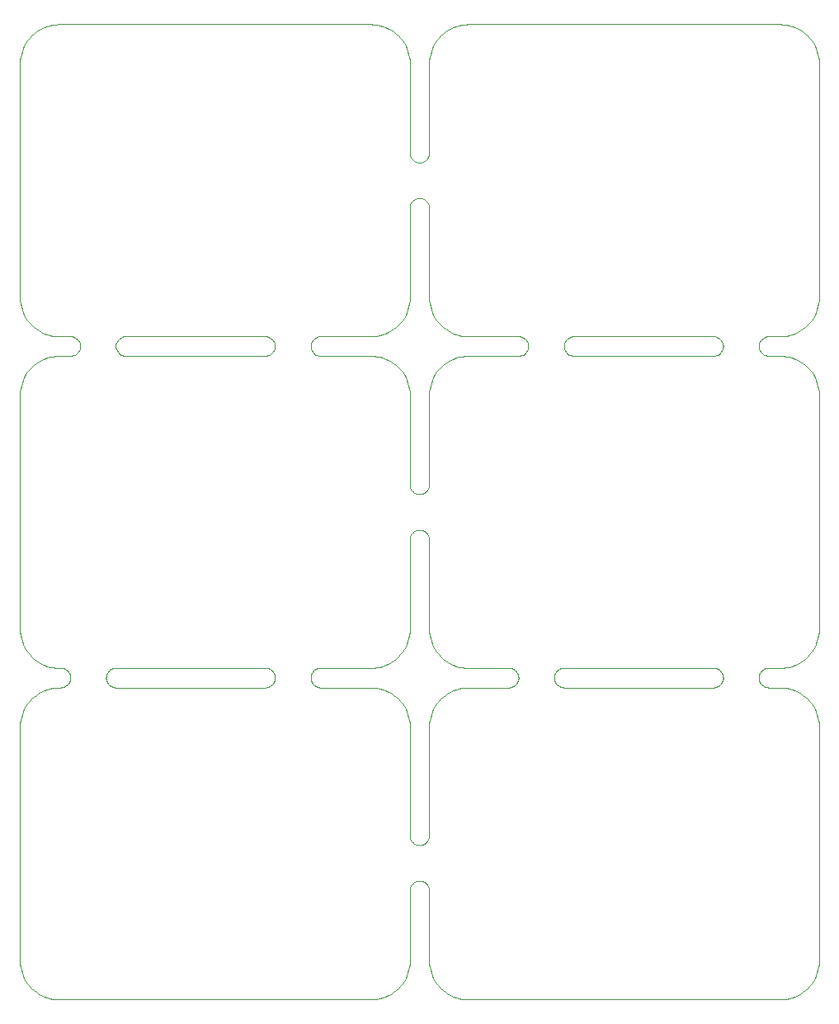
<source format=gko>
%MOIN*%
%OFA0B0*%
%FSLAX36Y36*%
%IPPOS*%
%LPD*%
%ADD10C,0*%
D10*
X002802030Y002598425D02*
X002802030Y002598425D01*
X002237339Y002598425D01*
X002231180Y002598909D01*
X002225173Y002600352D01*
X002219465Y002602716D01*
X002214198Y002605944D01*
X002209500Y002609956D01*
X002205488Y002614654D01*
X002202260Y002619921D01*
X002199896Y002625629D01*
X002198454Y002631636D01*
X002197969Y002637795D01*
X002198454Y002643954D01*
X002199896Y002649961D01*
X002202260Y002655668D01*
X002205488Y002660936D01*
X002209500Y002665634D01*
X002214198Y002669646D01*
X002219465Y002672874D01*
X002225173Y002675238D01*
X002231180Y002676680D01*
X002237339Y002677165D01*
X002237339Y002677165D01*
X002802030Y002677165D01*
X002802030Y002677165D01*
X002808189Y002676680D01*
X002814196Y002675238D01*
X002819904Y002672874D01*
X002825171Y002669646D01*
X002829869Y002665634D01*
X002833881Y002660936D01*
X002837109Y002655668D01*
X002839473Y002649961D01*
X002840915Y002643954D01*
X002841400Y002637795D01*
X002840915Y002631636D01*
X002839473Y002625629D01*
X002837109Y002619921D01*
X002833881Y002614654D01*
X002829869Y002609956D01*
X002825171Y002605944D01*
X002819904Y002602716D01*
X002814196Y002600352D01*
X002808189Y002598909D01*
X002802030Y002598425D01*
X001574802Y002079859D02*
X001574802Y002079859D01*
X001574802Y002440944D01*
X001574317Y002453300D01*
X001572864Y002465580D01*
X001570451Y002477708D01*
X001567095Y002489608D01*
X001562815Y002501210D01*
X001557638Y002512439D01*
X001551596Y002523228D01*
X001544726Y002533509D01*
X001537071Y002543220D01*
X001528677Y002552300D01*
X001519598Y002560694D01*
X001509887Y002568349D01*
X001499606Y002575219D01*
X001488817Y002581261D01*
X001477587Y002586437D01*
X001465986Y002590717D01*
X001454085Y002594073D01*
X001441958Y002596486D01*
X001429678Y002597939D01*
X001417322Y002598425D01*
X001213717Y002598425D01*
X001207558Y002598909D01*
X001201551Y002600352D01*
X001195843Y002602716D01*
X001190576Y002605944D01*
X001185878Y002609956D01*
X001181866Y002614654D01*
X001178638Y002619921D01*
X001176274Y002625629D01*
X001174832Y002631636D01*
X001174347Y002637795D01*
X001174832Y002643954D01*
X001176274Y002649961D01*
X001178638Y002655668D01*
X001181866Y002660936D01*
X001185878Y002665634D01*
X001190576Y002669646D01*
X001195843Y002672874D01*
X001201551Y002675238D01*
X001207558Y002676680D01*
X001213717Y002677165D01*
X001213717Y002677165D01*
X001417322Y002677165D01*
X001429678Y002677651D01*
X001441958Y002679104D01*
X001454085Y002681517D01*
X001465986Y002684873D01*
X001477587Y002689153D01*
X001488817Y002694329D01*
X001499606Y002700371D01*
X001509887Y002707241D01*
X001519598Y002714896D01*
X001528677Y002723290D01*
X001537071Y002732370D01*
X001544726Y002742081D01*
X001551596Y002752362D01*
X001557638Y002763151D01*
X001562815Y002774380D01*
X001567095Y002785981D01*
X001570451Y002797882D01*
X001572864Y002810010D01*
X001574317Y002822290D01*
X001574802Y002834645D01*
X001574802Y003195731D01*
X001574973Y003199396D01*
X001575485Y003203030D01*
X001576332Y003206600D01*
X001577508Y003210075D01*
X001579003Y003213426D01*
X001580803Y003216624D01*
X001582893Y003219640D01*
X001585255Y003222448D01*
X001587868Y003225024D01*
X001590709Y003227346D01*
X001593754Y003229393D01*
X001596977Y003231147D01*
X001600349Y003232594D01*
X001603841Y003233721D01*
X001607423Y003234518D01*
X001611063Y003234978D01*
X001614730Y003235097D01*
X001618393Y003234874D01*
X001622019Y003234311D01*
X001625576Y003233413D01*
X001625577Y003233413D01*
X001627958Y003232608D01*
X001630283Y003231654D01*
X001632542Y003230553D01*
X001634726Y003229310D01*
X001636827Y003227930D01*
X001638835Y003226419D01*
X001640743Y003224783D01*
X001642542Y003223029D01*
X001644226Y003221163D01*
X001645788Y003219194D01*
X001647220Y003217129D01*
X001648518Y003214977D01*
X001649676Y003212746D01*
X001650689Y003210446D01*
X001651554Y003208086D01*
X001652266Y003205676D01*
X001652823Y003203226D01*
X001653222Y003200744D01*
X001653463Y003198243D01*
X001653543Y003195731D01*
X001653543Y002834645D01*
X001654028Y002822290D01*
X001655481Y002810010D01*
X001657894Y002797882D01*
X001661250Y002785981D01*
X001665530Y002774380D01*
X001670707Y002763151D01*
X001676749Y002752362D01*
X001683619Y002742081D01*
X001691274Y002732370D01*
X001699668Y002723290D01*
X001708748Y002714896D01*
X001718458Y002707241D01*
X001728740Y002700371D01*
X001739528Y002694329D01*
X001750758Y002689153D01*
X001762359Y002684873D01*
X001774260Y002681517D01*
X001786388Y002679104D01*
X001798667Y002677651D01*
X001811023Y002677165D01*
X002014628Y002677165D01*
X002014628Y002677165D01*
X002020787Y002676680D01*
X002026794Y002675238D01*
X002032502Y002672874D01*
X002037770Y002669646D01*
X002042467Y002665634D01*
X002046479Y002660936D01*
X002049707Y002655668D01*
X002052072Y002649961D01*
X002053514Y002643954D01*
X002053998Y002637795D01*
X002053514Y002631636D01*
X002052072Y002625629D01*
X002049707Y002619921D01*
X002046479Y002614654D01*
X002042467Y002609956D01*
X002037770Y002605944D01*
X002032502Y002602716D01*
X002026794Y002600352D01*
X002020787Y002598909D01*
X002014628Y002598425D01*
X001811023Y002598425D01*
X001798667Y002597939D01*
X001786388Y002596486D01*
X001774260Y002594073D01*
X001762359Y002590717D01*
X001750758Y002586437D01*
X001739528Y002581261D01*
X001728740Y002575219D01*
X001718458Y002568349D01*
X001708748Y002560694D01*
X001699668Y002552300D01*
X001691274Y002543220D01*
X001683619Y002533509D01*
X001676749Y002523228D01*
X001670707Y002512439D01*
X001665530Y002501210D01*
X001661250Y002489608D01*
X001657894Y002477708D01*
X001655481Y002465580D01*
X001654028Y002453300D01*
X001653543Y002440944D01*
X001653543Y002079859D01*
X001653463Y002077347D01*
X001653222Y002074845D01*
X001652823Y002072364D01*
X001652266Y002069913D01*
X001651554Y002067503D01*
X001650689Y002065143D01*
X001649676Y002062843D01*
X001648518Y002060613D01*
X001647220Y002058461D01*
X001645788Y002056396D01*
X001644226Y002054427D01*
X001642542Y002052561D01*
X001640743Y002050807D01*
X001638835Y002049170D01*
X001636827Y002047660D01*
X001634726Y002046280D01*
X001632542Y002045037D01*
X001630283Y002043936D01*
X001627958Y002042981D01*
X001625577Y002042177D01*
X001625576Y002042176D01*
X001622019Y002041278D01*
X001618393Y002040715D01*
X001614730Y002040493D01*
X001611063Y002040612D01*
X001607423Y002041071D01*
X001603841Y002041868D01*
X001600349Y002042995D01*
X001596977Y002044442D01*
X001593754Y002046197D01*
X001590709Y002048244D01*
X001587868Y002050566D01*
X001585255Y002053142D01*
X001582893Y002055950D01*
X001580803Y002058966D01*
X001579003Y002062163D01*
X001577508Y002065514D01*
X001576332Y002068990D01*
X001575485Y002072560D01*
X001574973Y002076193D01*
X001574802Y002079859D01*
X001574802Y000662536D02*
X001574802Y000662536D01*
X001574802Y001102362D01*
X001574317Y001114718D01*
X001572864Y001126997D01*
X001570451Y001139125D01*
X001567095Y001151026D01*
X001562815Y001162627D01*
X001557638Y001173857D01*
X001551596Y001184645D01*
X001544726Y001194927D01*
X001537071Y001204637D01*
X001528677Y001213717D01*
X001519598Y001222111D01*
X001509887Y001229766D01*
X001499606Y001236636D01*
X001488817Y001242678D01*
X001477587Y001247854D01*
X001465986Y001252134D01*
X001454085Y001255491D01*
X001441958Y001257903D01*
X001429678Y001259357D01*
X001417322Y001259842D01*
X001213717Y001259842D01*
X001207558Y001260327D01*
X001201551Y001261769D01*
X001195843Y001264133D01*
X001190576Y001267361D01*
X001185878Y001271373D01*
X001181866Y001276071D01*
X001178638Y001281338D01*
X001176274Y001287046D01*
X001174832Y001293053D01*
X001174347Y001299212D01*
X001174832Y001305371D01*
X001176274Y001311378D01*
X001178638Y001317086D01*
X001181866Y001322353D01*
X001185878Y001327051D01*
X001190576Y001331063D01*
X001195843Y001334291D01*
X001201551Y001336655D01*
X001207558Y001338097D01*
X001213717Y001338582D01*
X001213717Y001338582D01*
X001417322Y001338582D01*
X001429678Y001339068D01*
X001441958Y001340521D01*
X001454085Y001342934D01*
X001465986Y001346290D01*
X001477587Y001350570D01*
X001488817Y001355747D01*
X001499606Y001361788D01*
X001509887Y001368658D01*
X001519598Y001376314D01*
X001528677Y001384707D01*
X001537071Y001393787D01*
X001544726Y001403498D01*
X001551596Y001413779D01*
X001557638Y001424568D01*
X001562815Y001435797D01*
X001567095Y001447399D01*
X001570451Y001459300D01*
X001572864Y001471428D01*
X001574317Y001483707D01*
X001574802Y001496062D01*
X001574802Y001857148D01*
X001574973Y001860814D01*
X001575485Y001864447D01*
X001576332Y001868017D01*
X001577508Y001871493D01*
X001579003Y001874844D01*
X001580803Y001878041D01*
X001582893Y001881057D01*
X001585255Y001883865D01*
X001587868Y001886441D01*
X001590709Y001888763D01*
X001593754Y001890810D01*
X001596977Y001892565D01*
X001600349Y001894012D01*
X001603841Y001895139D01*
X001607423Y001895935D01*
X001611063Y001896395D01*
X001614730Y001896514D01*
X001618393Y001896291D01*
X001622019Y001895728D01*
X001625576Y001894830D01*
X001625577Y001894830D01*
X001627958Y001894026D01*
X001630283Y001893071D01*
X001632542Y001891970D01*
X001634726Y001890727D01*
X001636827Y001889347D01*
X001638835Y001887836D01*
X001640743Y001886200D01*
X001642542Y001884446D01*
X001644226Y001882580D01*
X001645788Y001880611D01*
X001647220Y001878546D01*
X001648518Y001876394D01*
X001649676Y001874163D01*
X001650689Y001871864D01*
X001651554Y001869504D01*
X001652266Y001867094D01*
X001652823Y001864643D01*
X001653222Y001862162D01*
X001653463Y001859660D01*
X001653543Y001857148D01*
X001653543Y001496062D01*
X001654028Y001483707D01*
X001655481Y001471428D01*
X001657894Y001459300D01*
X001661250Y001447399D01*
X001665530Y001435797D01*
X001670707Y001424568D01*
X001676749Y001413779D01*
X001683619Y001403498D01*
X001691274Y001393787D01*
X001699668Y001384707D01*
X001708748Y001376314D01*
X001718458Y001368658D01*
X001728740Y001361788D01*
X001739528Y001355747D01*
X001750758Y001350570D01*
X001762359Y001346290D01*
X001774260Y001342934D01*
X001786388Y001340521D01*
X001798667Y001339068D01*
X001811023Y001338582D01*
X001975258Y001338582D01*
X001975258Y001338582D01*
X001981417Y001338097D01*
X001987424Y001336655D01*
X001993132Y001334291D01*
X001998399Y001331063D01*
X002003097Y001327051D01*
X002007109Y001322353D01*
X002010337Y001317086D01*
X002012701Y001311378D01*
X002014144Y001305371D01*
X002014628Y001299212D01*
X002014144Y001293053D01*
X002012701Y001287046D01*
X002010337Y001281338D01*
X002007109Y001276071D01*
X002003097Y001271373D01*
X001998399Y001267361D01*
X001993132Y001264133D01*
X001987424Y001261769D01*
X001981417Y001260327D01*
X001975258Y001259842D01*
X001811023Y001259842D01*
X001798667Y001259357D01*
X001786388Y001257903D01*
X001774260Y001255491D01*
X001762359Y001252134D01*
X001750758Y001247854D01*
X001739528Y001242678D01*
X001728740Y001236636D01*
X001718458Y001229766D01*
X001708748Y001222111D01*
X001699668Y001213717D01*
X001691274Y001204637D01*
X001683619Y001194927D01*
X001676749Y001184645D01*
X001670707Y001173857D01*
X001665530Y001162627D01*
X001661250Y001151026D01*
X001657894Y001139125D01*
X001655481Y001126997D01*
X001654028Y001114718D01*
X001653543Y001102362D01*
X001653543Y000662536D01*
X001653463Y000660024D01*
X001653222Y000657522D01*
X001652823Y000655041D01*
X001652266Y000652590D01*
X001651554Y000650180D01*
X001650689Y000647820D01*
X001649676Y000645521D01*
X001648518Y000643290D01*
X001647220Y000641138D01*
X001645788Y000639073D01*
X001644226Y000637104D01*
X001642542Y000635238D01*
X001640743Y000633484D01*
X001638835Y000631848D01*
X001636827Y000630337D01*
X001634726Y000628957D01*
X001632542Y000627714D01*
X001630283Y000626613D01*
X001627958Y000625658D01*
X001625577Y000624854D01*
X001625576Y000624854D01*
X001622019Y000623956D01*
X001618393Y000623393D01*
X001614730Y000623170D01*
X001611063Y000623289D01*
X001607423Y000623749D01*
X001603841Y000624545D01*
X001600349Y000625672D01*
X001596977Y000627119D01*
X001593754Y000628874D01*
X001590709Y000630921D01*
X001587868Y000633243D01*
X001585255Y000635819D01*
X001582893Y000638627D01*
X001580803Y000641643D01*
X001579003Y000644840D01*
X001577508Y000648191D01*
X001576332Y000651667D01*
X001575485Y000655237D01*
X001574973Y000658870D01*
X001574802Y000662536D01*
X000157480Y000000000D02*
X000157480Y000000000D01*
X001417322Y000000000D01*
X001429678Y000000485D01*
X001441958Y000001939D01*
X001454085Y000004351D01*
X001465986Y000007708D01*
X001477587Y000011987D01*
X001488817Y000017164D01*
X001499606Y000023206D01*
X001509887Y000030076D01*
X001519598Y000037731D01*
X001528677Y000046125D01*
X001537071Y000055205D01*
X001544726Y000064915D01*
X001551596Y000075197D01*
X001557638Y000085985D01*
X001562815Y000097215D01*
X001567095Y000108816D01*
X001570451Y000120717D01*
X001572864Y000132845D01*
X001574317Y000145124D01*
X001574802Y000157480D01*
X001574802Y000439825D01*
X001574973Y000443491D01*
X001575485Y000447124D01*
X001576332Y000450694D01*
X001577508Y000454170D01*
X001579003Y000457521D01*
X001580803Y000460718D01*
X001582893Y000463734D01*
X001585255Y000466542D01*
X001587868Y000469119D01*
X001590709Y000471440D01*
X001593754Y000473487D01*
X001596977Y000475242D01*
X001600349Y000476689D01*
X001603841Y000477816D01*
X001607423Y000478613D01*
X001611063Y000479073D01*
X001614730Y000479192D01*
X001618393Y000478969D01*
X001622019Y000478406D01*
X001625576Y000477508D01*
X001625577Y000477507D01*
X001627958Y000476703D01*
X001630283Y000475748D01*
X001632542Y000474647D01*
X001634726Y000473404D01*
X001636827Y000472025D01*
X001638835Y000470514D01*
X001640743Y000468878D01*
X001642542Y000467123D01*
X001644226Y000465257D01*
X001645788Y000463288D01*
X001647220Y000461223D01*
X001648518Y000459071D01*
X001649676Y000456841D01*
X001650689Y000454541D01*
X001651554Y000452181D01*
X001652266Y000449771D01*
X001652823Y000447320D01*
X001653222Y000444839D01*
X001653463Y000442337D01*
X001653543Y000439825D01*
X001653543Y000157480D01*
X001654028Y000145124D01*
X001655481Y000132845D01*
X001657894Y000120717D01*
X001661250Y000108816D01*
X001665530Y000097215D01*
X001670707Y000085985D01*
X001676749Y000075197D01*
X001683619Y000064915D01*
X001691274Y000055205D01*
X001699668Y000046125D01*
X001708748Y000037731D01*
X001718458Y000030076D01*
X001728740Y000023206D01*
X001739528Y000017164D01*
X001750758Y000011987D01*
X001762359Y000007708D01*
X001774260Y000004351D01*
X001786388Y000001939D01*
X001798667Y000000485D01*
X001811023Y000000000D01*
X003070865Y000000000D01*
X003083221Y000000485D01*
X003095501Y000001939D01*
X003107629Y000004351D01*
X003119529Y000007708D01*
X003131131Y000011987D01*
X003142360Y000017164D01*
X003153149Y000023206D01*
X003163430Y000030076D01*
X003173141Y000037731D01*
X003182221Y000046125D01*
X003190615Y000055205D01*
X003198269Y000064915D01*
X003205139Y000075197D01*
X003211182Y000085985D01*
X003216358Y000097215D01*
X003220638Y000108816D01*
X003223994Y000120717D01*
X003226407Y000132845D01*
X003227860Y000145124D01*
X003228345Y000157480D01*
X003228345Y001102362D01*
X003227860Y001114718D01*
X003226407Y001126997D01*
X003223994Y001139125D01*
X003220638Y001151026D01*
X003216358Y001162627D01*
X003211182Y001173857D01*
X003205139Y001184645D01*
X003198269Y001194927D01*
X003190615Y001204637D01*
X003182221Y001213717D01*
X003173141Y001222111D01*
X003163430Y001229766D01*
X003153149Y001236636D01*
X003142360Y001242678D01*
X003131131Y001247854D01*
X003119529Y001252134D01*
X003107629Y001255491D01*
X003095501Y001257903D01*
X003083221Y001259357D01*
X003070865Y001259842D01*
X003024741Y001259842D01*
X003018582Y001260327D01*
X003012575Y001261769D01*
X003006867Y001264133D01*
X003001600Y001267361D01*
X002996902Y001271373D01*
X002992890Y001276071D01*
X002989662Y001281338D01*
X002987298Y001287046D01*
X002985855Y001293053D01*
X002985371Y001299212D01*
X002985855Y001305371D01*
X002987298Y001311378D01*
X002989662Y001317086D01*
X002992890Y001322353D01*
X002996902Y001327051D01*
X003001600Y001331063D01*
X003006867Y001334291D01*
X003012575Y001336655D01*
X003018582Y001338097D01*
X003024741Y001338582D01*
X003024741Y001338582D01*
X003070865Y001338582D01*
X003083221Y001339068D01*
X003095501Y001340521D01*
X003107629Y001342934D01*
X003119529Y001346290D01*
X003131131Y001350570D01*
X003142360Y001355747D01*
X003153149Y001361788D01*
X003163430Y001368658D01*
X003173141Y001376314D01*
X003182221Y001384707D01*
X003190615Y001393787D01*
X003198269Y001403498D01*
X003205139Y001413779D01*
X003211182Y001424568D01*
X003216358Y001435797D01*
X003220638Y001447399D01*
X003223994Y001459300D01*
X003226407Y001471428D01*
X003227860Y001483707D01*
X003228345Y001496062D01*
X003228345Y002440944D01*
X003227860Y002453300D01*
X003226407Y002465580D01*
X003223994Y002477708D01*
X003220638Y002489608D01*
X003216358Y002501210D01*
X003211182Y002512439D01*
X003205139Y002523228D01*
X003198269Y002533509D01*
X003190615Y002543220D01*
X003182221Y002552300D01*
X003173141Y002560694D01*
X003163430Y002568349D01*
X003153149Y002575219D01*
X003142360Y002581261D01*
X003131131Y002586437D01*
X003119529Y002590717D01*
X003107629Y002594073D01*
X003095501Y002596486D01*
X003083221Y002597939D01*
X003070865Y002598425D01*
X003024741Y002598425D01*
X003018582Y002598909D01*
X003012575Y002600352D01*
X003006867Y002602716D01*
X003001600Y002605944D01*
X002996902Y002609956D01*
X002992890Y002614654D01*
X002989662Y002619921D01*
X002987298Y002625629D01*
X002985855Y002631636D01*
X002985371Y002637795D01*
X002985855Y002643954D01*
X002987298Y002649961D01*
X002989662Y002655668D01*
X002992890Y002660936D01*
X002996902Y002665634D01*
X003001600Y002669646D01*
X003006867Y002672874D01*
X003012575Y002675238D01*
X003018582Y002676680D01*
X003024741Y002677165D01*
X003024741Y002677165D01*
X003070865Y002677165D01*
X003083221Y002677651D01*
X003095501Y002679104D01*
X003107629Y002681517D01*
X003119529Y002684873D01*
X003131131Y002689153D01*
X003142360Y002694329D01*
X003153149Y002700371D01*
X003163430Y002707241D01*
X003173141Y002714896D01*
X003182221Y002723290D01*
X003190615Y002732370D01*
X003198269Y002742081D01*
X003205139Y002752362D01*
X003211182Y002763151D01*
X003216358Y002774380D01*
X003220638Y002785981D01*
X003223994Y002797882D01*
X003226407Y002810010D01*
X003227860Y002822290D01*
X003228345Y002834645D01*
X003228345Y003779527D01*
X003227860Y003791883D01*
X003226407Y003804162D01*
X003223994Y003816290D01*
X003220638Y003828191D01*
X003216358Y003839792D01*
X003211182Y003851022D01*
X003205139Y003861811D01*
X003198269Y003872092D01*
X003190615Y003881803D01*
X003182221Y003890882D01*
X003173141Y003899276D01*
X003163430Y003906931D01*
X003153149Y003913802D01*
X003142360Y003919843D01*
X003131131Y003925020D01*
X003119529Y003929300D01*
X003107629Y003932656D01*
X003095501Y003935069D01*
X003083221Y003936522D01*
X003070865Y003937007D01*
X001811023Y003937007D01*
X001798667Y003936522D01*
X001786388Y003935069D01*
X001774260Y003932656D01*
X001762359Y003929300D01*
X001750758Y003925020D01*
X001739528Y003919843D01*
X001728740Y003913802D01*
X001718458Y003906931D01*
X001708748Y003899276D01*
X001699668Y003890882D01*
X001691274Y003881803D01*
X001683619Y003872092D01*
X001676749Y003861811D01*
X001670707Y003851022D01*
X001665530Y003839792D01*
X001661250Y003828191D01*
X001657894Y003816290D01*
X001655481Y003804162D01*
X001654028Y003791883D01*
X001653543Y003779527D01*
X001653543Y003418441D01*
X001653463Y003415930D01*
X001653222Y003413428D01*
X001652823Y003410947D01*
X001652266Y003408496D01*
X001651554Y003406086D01*
X001650689Y003403726D01*
X001649676Y003401426D01*
X001648518Y003399196D01*
X001647220Y003397044D01*
X001645788Y003394979D01*
X001644226Y003393009D01*
X001642542Y003391144D01*
X001640743Y003389389D01*
X001638835Y003387753D01*
X001636827Y003386242D01*
X001634726Y003384862D01*
X001632542Y003383619D01*
X001630283Y003382518D01*
X001627958Y003381564D01*
X001625577Y003380759D01*
X001625576Y003380759D01*
X001622019Y003379861D01*
X001618393Y003379298D01*
X001614730Y003379075D01*
X001611063Y003379194D01*
X001607423Y003379654D01*
X001603841Y003380451D01*
X001600349Y003381578D01*
X001596977Y003383025D01*
X001593754Y003384779D01*
X001590709Y003386827D01*
X001587868Y003389148D01*
X001585255Y003391724D01*
X001582893Y003394533D01*
X001580803Y003397548D01*
X001579003Y003400746D01*
X001577508Y003404097D01*
X001576332Y003407572D01*
X001575485Y003411143D01*
X001574973Y003414776D01*
X001574802Y003418441D01*
X001574802Y003779527D01*
X001574317Y003791883D01*
X001572864Y003804162D01*
X001570451Y003816290D01*
X001567095Y003828191D01*
X001562815Y003839792D01*
X001557638Y003851022D01*
X001551596Y003861811D01*
X001544726Y003872092D01*
X001537071Y003881803D01*
X001528677Y003890882D01*
X001519598Y003899276D01*
X001509887Y003906931D01*
X001499606Y003913802D01*
X001488817Y003919843D01*
X001477587Y003925020D01*
X001465986Y003929300D01*
X001454085Y003932656D01*
X001441958Y003935069D01*
X001429678Y003936522D01*
X001417322Y003937007D01*
X000157480Y003937007D01*
X000145124Y003936522D01*
X000132844Y003935069D01*
X000120716Y003932656D01*
X000108816Y003929300D01*
X000097215Y003925020D01*
X000085985Y003919843D01*
X000075196Y003913802D01*
X000064915Y003906931D01*
X000055204Y003899276D01*
X000046124Y003890882D01*
X000037731Y003881803D01*
X000030076Y003872092D01*
X000023206Y003861811D01*
X000017164Y003851022D01*
X000011987Y003839792D01*
X000007707Y003828191D01*
X000004351Y003816290D01*
X000001938Y003804162D01*
X000000485Y003791883D01*
X000000000Y003779527D01*
X000000000Y002834645D01*
X000000485Y002822290D01*
X000001938Y002810010D01*
X000004351Y002797882D01*
X000007707Y002785981D01*
X000011987Y002774380D01*
X000017164Y002763151D01*
X000023206Y002752362D01*
X000030076Y002742081D01*
X000037731Y002732370D01*
X000046124Y002723290D01*
X000055204Y002714896D01*
X000064915Y002707241D01*
X000075196Y002700371D01*
X000085985Y002694329D01*
X000097215Y002689153D01*
X000108816Y002684873D01*
X000120716Y002681517D01*
X000132844Y002679104D01*
X000145124Y002677651D01*
X000157480Y002677165D01*
X000203605Y002677165D01*
X000203605Y002677165D01*
X000209764Y002676680D01*
X000215771Y002675238D01*
X000221478Y002672874D01*
X000226746Y002669646D01*
X000231444Y002665634D01*
X000235456Y002660936D01*
X000238684Y002655668D01*
X000241048Y002649961D01*
X000242490Y002643954D01*
X000242975Y002637795D01*
X000242490Y002631636D01*
X000241048Y002625629D01*
X000238684Y002619921D01*
X000235456Y002614654D01*
X000231444Y002609956D01*
X000226746Y002605944D01*
X000221478Y002602716D01*
X000215771Y002600352D01*
X000209764Y002598909D01*
X000203605Y002598425D01*
X000157480Y002598425D01*
X000145124Y002597939D01*
X000132844Y002596486D01*
X000120716Y002594073D01*
X000108816Y002590717D01*
X000097215Y002586437D01*
X000085985Y002581261D01*
X000075196Y002575219D01*
X000064915Y002568349D01*
X000055204Y002560694D01*
X000046124Y002552300D01*
X000037731Y002543220D01*
X000030076Y002533509D01*
X000023206Y002523228D01*
X000017164Y002512439D01*
X000011987Y002501210D01*
X000007707Y002489608D01*
X000004351Y002477708D01*
X000001938Y002465580D01*
X000000485Y002453300D01*
X000000000Y002440944D01*
X000000000Y001496062D01*
X000000485Y001483707D01*
X000001938Y001471428D01*
X000004351Y001459300D01*
X000007707Y001447399D01*
X000011987Y001435797D01*
X000017164Y001424568D01*
X000023206Y001413779D01*
X000030076Y001403498D01*
X000037731Y001393787D01*
X000046124Y001384707D01*
X000055204Y001376314D01*
X000064915Y001368658D01*
X000075196Y001361788D01*
X000085985Y001355747D01*
X000097215Y001350570D01*
X000108816Y001346290D01*
X000120716Y001342934D01*
X000132844Y001340521D01*
X000145124Y001339068D01*
X000157480Y001338582D01*
X000164235Y001338582D01*
X000164235Y001338582D01*
X000170394Y001338097D01*
X000176401Y001336655D01*
X000182108Y001334291D01*
X000187376Y001331063D01*
X000192074Y001327051D01*
X000196086Y001322353D01*
X000199314Y001317086D01*
X000201678Y001311378D01*
X000203120Y001305371D01*
X000203605Y001299212D01*
X000203120Y001293053D01*
X000201678Y001287046D01*
X000199314Y001281338D01*
X000196086Y001276071D01*
X000192074Y001271373D01*
X000187376Y001267361D01*
X000182108Y001264133D01*
X000176401Y001261769D01*
X000170394Y001260327D01*
X000164235Y001259842D01*
X000157480Y001259842D01*
X000145124Y001259357D01*
X000132844Y001257903D01*
X000120716Y001255491D01*
X000108816Y001252134D01*
X000097215Y001247854D01*
X000085985Y001242678D01*
X000075196Y001236636D01*
X000064915Y001229766D01*
X000055204Y001222111D01*
X000046124Y001213717D01*
X000037731Y001204637D01*
X000030076Y001194927D01*
X000023206Y001184645D01*
X000017164Y001173857D01*
X000011987Y001162627D01*
X000007707Y001151026D01*
X000004351Y001139125D01*
X000001938Y001126997D01*
X000000485Y001114718D01*
X000000000Y001102362D01*
X000000000Y000157480D01*
X000000485Y000145124D01*
X000001938Y000132845D01*
X000004351Y000120717D01*
X000007707Y000108816D01*
X000011987Y000097215D01*
X000017164Y000085985D01*
X000023206Y000075197D01*
X000030076Y000064915D01*
X000037731Y000055205D01*
X000046124Y000046125D01*
X000055204Y000037731D01*
X000064915Y000030076D01*
X000075196Y000023206D01*
X000085985Y000017164D01*
X000097215Y000011987D01*
X000108816Y000007708D01*
X000120716Y000004351D01*
X000132844Y000001939D01*
X000145124Y000000485D01*
X000157480Y000000000D01*
X002802030Y001338582D02*
X002802030Y001338582D01*
X002802030Y001338582D01*
X002808189Y001338097D01*
X002814196Y001336655D01*
X002819904Y001334291D01*
X002825171Y001331063D01*
X002829869Y001327051D01*
X002833881Y001322353D01*
X002837109Y001317086D01*
X002839473Y001311378D01*
X002840915Y001305371D01*
X002841400Y001299212D01*
X002840915Y001293053D01*
X002839473Y001287046D01*
X002837109Y001281338D01*
X002833881Y001276071D01*
X002829869Y001271373D01*
X002825171Y001267361D01*
X002819904Y001264133D01*
X002814196Y001261769D01*
X002808189Y001260327D01*
X002802030Y001259842D01*
X002197969Y001259842D01*
X002191810Y001260327D01*
X002185803Y001261769D01*
X002180095Y001264133D01*
X002174828Y001267361D01*
X002170130Y001271373D01*
X002166118Y001276071D01*
X002162890Y001281338D01*
X002160526Y001287046D01*
X002159084Y001293053D01*
X002158599Y001299212D01*
X002159084Y001305371D01*
X002160526Y001311378D01*
X002162890Y001317086D01*
X002166118Y001322353D01*
X002170130Y001327051D01*
X002174828Y001331063D01*
X002180095Y001334291D01*
X002185803Y001336655D01*
X002191810Y001338097D01*
X002197969Y001338582D01*
X002197969Y001338582D01*
X002802030Y001338582D01*
X000386945Y001259842D02*
X000386945Y001259842D01*
X000380787Y001260327D01*
X000374779Y001261769D01*
X000369072Y001264133D01*
X000363804Y001267361D01*
X000359107Y001271373D01*
X000355094Y001276071D01*
X000351866Y001281338D01*
X000349502Y001287046D01*
X000348060Y001293053D01*
X000347575Y001299212D01*
X000348060Y001305371D01*
X000349502Y001311378D01*
X000351866Y001317086D01*
X000355094Y001322353D01*
X000359107Y001327051D01*
X000363804Y001331063D01*
X000369072Y001334291D01*
X000374779Y001336655D01*
X000380787Y001338097D01*
X000386945Y001338582D01*
X000386945Y001338582D01*
X000991006Y001338582D01*
X000991006Y001338582D01*
X000997165Y001338097D01*
X001003172Y001336655D01*
X001008880Y001334291D01*
X001014147Y001331063D01*
X001018845Y001327051D01*
X001022857Y001322353D01*
X001026085Y001317086D01*
X001028450Y001311378D01*
X001029892Y001305371D01*
X001030376Y001299212D01*
X001029892Y001293053D01*
X001028450Y001287046D01*
X001026085Y001281338D01*
X001022857Y001276071D01*
X001018845Y001271373D01*
X001014147Y001267361D01*
X001008880Y001264133D01*
X001003172Y001261769D01*
X000997165Y001260327D01*
X000991006Y001259842D01*
X000386945Y001259842D01*
X000426315Y002598425D02*
X000426315Y002598425D01*
X000420157Y002598909D01*
X000414149Y002600352D01*
X000408442Y002602716D01*
X000403174Y002605944D01*
X000398477Y002609956D01*
X000394464Y002614654D01*
X000391237Y002619921D01*
X000388872Y002625629D01*
X000387430Y002631636D01*
X000386945Y002637795D01*
X000387430Y002643954D01*
X000388872Y002649961D01*
X000391237Y002655668D01*
X000394464Y002660936D01*
X000398477Y002665634D01*
X000403174Y002669646D01*
X000408442Y002672874D01*
X000414149Y002675238D01*
X000420157Y002676680D01*
X000426315Y002677165D01*
X000426316Y002677165D01*
X000991006Y002677165D01*
X000991006Y002677165D01*
X000997165Y002676680D01*
X001003172Y002675238D01*
X001008880Y002672874D01*
X001014147Y002669646D01*
X001018845Y002665634D01*
X001022857Y002660936D01*
X001026085Y002655668D01*
X001028450Y002649961D01*
X001029892Y002643954D01*
X001030376Y002637795D01*
X001029892Y002631636D01*
X001028450Y002625629D01*
X001026085Y002619921D01*
X001022857Y002614654D01*
X001018845Y002609956D01*
X001014147Y002605944D01*
X001008880Y002602716D01*
X001003172Y002600352D01*
X000997165Y002598909D01*
X000991006Y002598425D01*
X000426315Y002598425D01*
M02*
</source>
